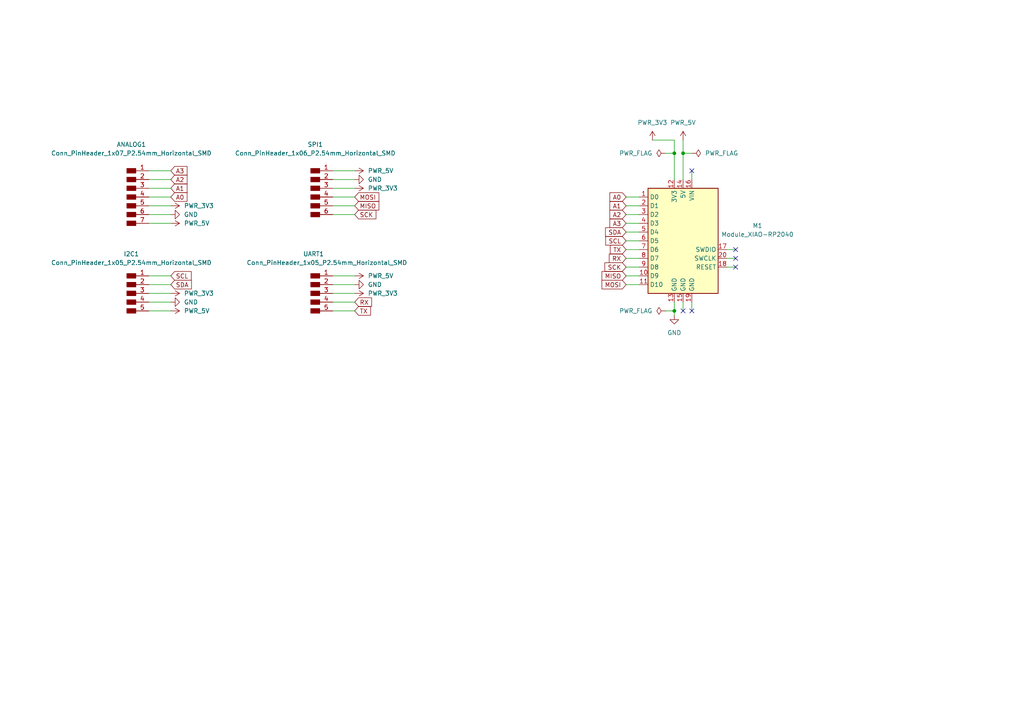
<source format=kicad_sch>
(kicad_sch (version 20230121) (generator eeschema)
  (paper "A4")
  (lib_symbols
    (symbol "fab:Conn_PinHeader_1x05_P2.54mm_Horizontal_SMD" (pin_names hide)
      (property "Reference" "J" (at 0 7.62 0))
      (property "Value" "Conn_PinHeader_1x05_P2.54mm_Horizontal_SMD" (at 0 -7.62 0))
      (symbol "Conn_PinHeader_1x05_P2.54mm_Horizontal_SMD_1_1"
        (rectangle (start -1.27 -4.445) (end 1.27 -5.715) (stroke (width 0.254)) (fill (type outline)))
        (rectangle (start -1.27 -1.905) (end 1.27 -3.175) (stroke (width 0.254)) (fill (type outline)))
        (rectangle (start -1.27 0.635) (end 1.27 -0.635) (stroke (width 0.254)) (fill (type outline)))
        (rectangle (start -1.27 3.175) (end 1.27 1.905) (stroke (width 0.254)) (fill (type outline)))
        (rectangle (start -1.27 5.715) (end 1.27 4.445) (stroke (width 0.254)) (fill (type outline)))
        (pin passive line (at 5.08 5.08 180) (length 3.81) (name "Pin_1") (number "1"))
        (pin passive line (at 5.08 2.54 180) (length 3.81) (name "Pin_2") (number "2"))
        (pin passive line (at 5.08 0 180) (length 3.81) (name "Pin_3") (number "3"))
        (pin passive line (at 5.08 -2.54 180) (length 3.81) (name "Pin_4") (number "4"))
        (pin passive line (at 5.08 -5.08 180) (length 3.81) (name "Pin_5") (number "5"))
      )
    )
    (symbol "fab:Conn_PinHeader_1x06_P2.54mm_Horizontal_SMD" (pin_names hide)
      (property "Reference" "J" (at 0 7.62 0))
      (property "Value" "Conn_PinHeader_1x06_P2.54mm_Horizontal_SMD" (at 0 -10.16 0))
      (symbol "Conn_PinHeader_1x06_P2.54mm_Horizontal_SMD_1_1"
        (rectangle (start -1.27 -6.985) (end 1.27 -8.255) (stroke (width 0.254)) (fill (type outline)))
        (rectangle (start -1.27 -4.445) (end 1.27 -5.715) (stroke (width 0.254)) (fill (type outline)))
        (rectangle (start -1.27 -1.905) (end 1.27 -3.175) (stroke (width 0.254)) (fill (type outline)))
        (rectangle (start -1.27 0.635) (end 1.27 -0.635) (stroke (width 0.254)) (fill (type outline)))
        (rectangle (start -1.27 3.175) (end 1.27 1.905) (stroke (width 0.254)) (fill (type outline)))
        (rectangle (start -1.27 5.715) (end 1.27 4.445) (stroke (width 0.254)) (fill (type outline)))
        (pin passive line (at 5.08 5.08 180) (length 3.81) (name "Pin_1") (number "1"))
        (pin passive line (at 5.08 2.54 180) (length 3.81) (name "Pin_2") (number "2"))
        (pin passive line (at 5.08 0 180) (length 3.81) (name "Pin_3") (number "3"))
        (pin passive line (at 5.08 -2.54 180) (length 3.81) (name "Pin_4") (number "4"))
        (pin passive line (at 5.08 -5.08 180) (length 3.81) (name "Pin_5") (number "5"))
        (pin passive line (at 5.08 -7.62 180) (length 3.81) (name "Pin_6") (number "6"))
      )
    )
    (symbol "fab:Conn_PinHeader_1x07_P2.54mm_Horizontal_SMD" (pin_names hide)
      (property "Reference" "J" (at 0 10.16 0))
      (property "Value" "Conn_PinHeader_1x07_P2.54mm_Horizontal_SMD" (at 0 -10.16 0))
      (symbol "Conn_PinHeader_1x07_P2.54mm_Horizontal_SMD_1_1"
        (rectangle (start -1.27 -6.985) (end 1.27 -8.255) (stroke (width 0.254)) (fill (type outline)))
        (rectangle (start -1.27 -4.445) (end 1.27 -5.715) (stroke (width 0.254)) (fill (type outline)))
        (rectangle (start -1.27 -1.905) (end 1.27 -3.175) (stroke (width 0.254)) (fill (type outline)))
        (rectangle (start -1.27 0.635) (end 1.27 -0.635) (stroke (width 0.254)) (fill (type outline)))
        (rectangle (start -1.27 3.175) (end 1.27 1.905) (stroke (width 0.254)) (fill (type outline)))
        (rectangle (start -1.27 5.715) (end 1.27 4.445) (stroke (width 0.254)) (fill (type outline)))
        (rectangle (start -1.27 8.255) (end 1.27 6.985) (stroke (width 0.254)) (fill (type outline)))
        (pin passive line (at 5.08 7.62 180) (length 3.81) (name "Pin_1") (number "1"))
        (pin passive line (at 5.08 5.08 180) (length 3.81) (name "Pin_2") (number "2"))
        (pin passive line (at 5.08 2.54 180) (length 3.81) (name "Pin_3") (number "3"))
        (pin passive line (at 5.08 0 180) (length 3.81) (name "Pin_4") (number "4"))
        (pin passive line (at 5.08 -2.54 180) (length 3.81) (name "Pin_5") (number "5"))
        (pin passive line (at 5.08 -5.08 180) (length 3.81) (name "Pin_6") (number "6"))
        (pin passive line (at 5.08 -7.62 180) (length 3.81) (name "Pin_7") (number "7"))
      )
    )
    (symbol "fab:Module_XIAO-RP2040"
      (property "Reference" "M" (at -10.16 16.51 0))
      (property "Value" "Module_XIAO-RP2040" (at 3.81 16.51 0))
      (symbol "Module_XIAO-RP2040_1_1"
        (rectangle (start -10.16 15.24) (end 10.16 -15.24) (stroke (width 0.254)) (fill (type background)))
        (pin bidirectional line (at -12.7 12.7 0) (length 2.54) (name "D0") (number "1"))
        (pin bidirectional line (at -12.7 -10.16 0) (length 2.54) (name "D9") (number "10"))
        (pin bidirectional line (at -12.7 -12.7 0) (length 2.54) (name "D10") (number "11"))
        (pin power_in line (at -2.54 17.78 270) (length 2.54) (name "3V3") (number "12"))
        (pin power_in line (at -2.54 -17.78 90) (length 2.54) (name "GND") (number "13"))
        (pin power_in line (at 0 17.78 270) (length 2.54) (name "5V") (number "14"))
        (pin power_in line (at 0 -17.78 90) (length 2.54) (name "GND") (number "15"))
        (pin power_in line (at 2.54 17.78 270) (length 2.54) (name "VIN") (number "16"))
        (pin bidirectional line (at 12.7 -2.54 180) (length 2.54) (name "SWDIO") (number "17"))
        (pin input line (at 12.7 -7.62 180) (length 2.54) (name "RESET") (number "18"))
        (pin power_in line (at 2.54 -17.78 90) (length 2.54) (name "GND") (number "19"))
        (pin bidirectional line (at -12.7 10.16 0) (length 2.54) (name "D1") (number "2"))
        (pin input line (at 12.7 -5.08 180) (length 2.54) (name "SWCLK") (number "20"))
        (pin bidirectional line (at -12.7 7.62 0) (length 2.54) (name "D2") (number "3"))
        (pin bidirectional line (at -12.7 5.08 0) (length 2.54) (name "D3") (number "4"))
        (pin bidirectional line (at -12.7 2.54 0) (length 2.54) (name "D4") (number "5"))
        (pin bidirectional line (at -12.7 0 0) (length 2.54) (name "D5") (number "6"))
        (pin bidirectional line (at -12.7 -2.54 0) (length 2.54) (name "D6") (number "7"))
        (pin bidirectional line (at -12.7 -5.08 0) (length 2.54) (name "D7") (number "8"))
        (pin bidirectional line (at -12.7 -7.62 0) (length 2.54) (name "D8") (number "9"))
      )
    )
    (symbol "fab:PWR_3V3" (power) (pin_names (offset 0))
      (property "Value" "PWR_3V3" (at 0 3.556 0))
      (symbol "PWR_3V3_0_1"
        (polyline (pts (xy -0.762 1.27) (xy 0 2.54)))
        (polyline (pts (xy 0 0) (xy 0 2.54)))
        (polyline (pts (xy 0 2.54) (xy 0.762 1.27)))
      )
      (symbol "PWR_3V3_1_1"
        (pin power_in line (at 0 0 90) (length 0) hide (name "PWR_3V3") (number "1"))
      )
    )
    (symbol "fab:PWR_5V" (power) (pin_names (offset 0))
      (property "Value" "PWR_5V" (at 0 3.556 0))
      (symbol "PWR_5V_0_1"
        (polyline (pts (xy -0.762 1.27) (xy 0 2.54)))
        (polyline (pts (xy 0 0) (xy 0 2.54)))
        (polyline (pts (xy 0 2.54) (xy 0.762 1.27)))
      )
      (symbol "PWR_5V_1_1"
        (pin power_in line (at 0 0 90) (length 0) hide (name "PWR_5V") (number "1"))
      )
    )
    (symbol "power:GND" (power) (pin_names (offset 0))
      (property "Value" "GND" (at 0 -3.81 0))
      (symbol "GND_0_1"
        (polyline (pts (xy 0 0) (xy 0 -1.27) (xy 1.27 -1.27) (xy 0 -2.54) (xy -1.27 -1.27) (xy 0 -1.27)))
      )
      (symbol "GND_1_1"
        (pin power_in line (at 0 0 270) (length 0) hide (name "GND") (number "1"))
      )
    )
    (symbol "power:PWR_FLAG" (power) (pin_numbers hide) (pin_names (offset 0) hide)
      (property "Value" "PWR_FLAG" (at 0 3.81 0))
      (symbol "PWR_FLAG_0_0"
        (pin power_out line (at 0 0 90) (length 0) (name "pwr") (number "1"))
      )
      (symbol "PWR_FLAG_0_1"
        (polyline (pts (xy 0 0) (xy 0 1.27) (xy -1.016 1.905) (xy 0 2.54) (xy 1.016 1.905) (xy 0 1.27)))
      )
    )
  )
  (junction (at 195.58 44.45))
  (junction (at 198.12 44.45))
  (junction (at 195.58 90.17))
  (no_connect (at 213.36 77.47))
  (no_connect (at 200.66 49.53))
  (no_connect (at 213.36 74.93))
  (no_connect (at 200.66 90.17))
  (no_connect (at 213.36 72.39))
  (no_connect (at 198.12 90.17))
  (wire (pts (xy 210.82 74.93) (xy 213.36 74.93)))
  (wire (pts (xy 96.52 59.69) (xy 102.87 59.69)))
  (wire (pts (xy 195.58 87.63) (xy 195.58 90.17)))
  (wire (pts (xy 43.18 54.61) (xy 49.53 54.61)))
  (wire (pts (xy 181.61 82.55) (xy 185.42 82.55)))
  (wire (pts (xy 181.61 67.31) (xy 185.42 67.31)))
  (wire (pts (xy 195.58 40.64) (xy 195.58 44.45)))
  (wire (pts (xy 96.52 85.09) (xy 102.87 85.09)))
  (wire (pts (xy 43.18 80.01) (xy 49.53 80.01)))
  (wire (pts (xy 43.18 49.53) (xy 49.53 49.53)))
  (wire (pts (xy 193.04 90.17) (xy 195.58 90.17)))
  (wire (pts (xy 198.12 40.64) (xy 198.12 44.45)))
  (wire (pts (xy 181.61 62.23) (xy 185.42 62.23)))
  (wire (pts (xy 96.52 57.15) (xy 102.87 57.15)))
  (wire (pts (xy 96.52 54.61) (xy 102.87 54.61)))
  (wire (pts (xy 43.18 82.55) (xy 49.53 82.55)))
  (wire (pts (xy 195.58 44.45) (xy 195.58 52.07)))
  (wire (pts (xy 43.18 87.63) (xy 49.53 87.63)))
  (wire (pts (xy 198.12 44.45) (xy 198.12 52.07)))
  (wire (pts (xy 96.52 90.17) (xy 102.87 90.17)))
  (wire (pts (xy 198.12 87.63) (xy 198.12 90.17)))
  (wire (pts (xy 43.18 90.17) (xy 49.53 90.17)))
  (wire (pts (xy 96.52 52.07) (xy 102.87 52.07)))
  (wire (pts (xy 181.61 69.85) (xy 185.42 69.85)))
  (wire (pts (xy 96.52 62.23) (xy 102.87 62.23)))
  (wire (pts (xy 189.23 40.64) (xy 195.58 40.64)))
  (wire (pts (xy 96.52 49.53) (xy 102.87 49.53)))
  (wire (pts (xy 210.82 77.47) (xy 213.36 77.47)))
  (wire (pts (xy 96.52 87.63) (xy 102.87 87.63)))
  (wire (pts (xy 43.18 59.69) (xy 49.53 59.69)))
  (wire (pts (xy 181.61 74.93) (xy 185.42 74.93)))
  (wire (pts (xy 96.52 80.01) (xy 102.87 80.01)))
  (wire (pts (xy 198.12 44.45) (xy 200.66 44.45)))
  (wire (pts (xy 181.61 72.39) (xy 185.42 72.39)))
  (wire (pts (xy 181.61 80.01) (xy 185.42 80.01)))
  (wire (pts (xy 210.82 72.39) (xy 213.36 72.39)))
  (wire (pts (xy 43.18 85.09) (xy 49.53 85.09)))
  (wire (pts (xy 193.04 44.45) (xy 195.58 44.45)))
  (wire (pts (xy 43.18 62.23) (xy 49.53 62.23)))
  (wire (pts (xy 181.61 59.69) (xy 185.42 59.69)))
  (wire (pts (xy 195.58 90.17) (xy 195.58 91.44)))
  (wire (pts (xy 200.66 49.53) (xy 200.66 52.07)))
  (wire (pts (xy 181.61 57.15) (xy 185.42 57.15)))
  (wire (pts (xy 181.61 77.47) (xy 185.42 77.47)))
  (wire (pts (xy 43.18 52.07) (xy 49.53 52.07)))
  (wire (pts (xy 96.52 82.55) (xy 102.87 82.55)))
  (wire (pts (xy 43.18 64.77) (xy 49.53 64.77)))
  (wire (pts (xy 181.61 64.77) (xy 185.42 64.77)))
  (wire (pts (xy 200.66 87.63) (xy 200.66 90.17)))
  (wire (pts (xy 43.18 57.15) (xy 49.53 57.15)))
  (global_label "MISO" (shape input) (at 102.87 59.69 0) (property "Intersheetrefs" "${INTERSHEET_REFS}" (effects hide)))
  (global_label "A0" (shape input) (at 181.61 57.15 180) (property "Intersheetrefs" "${INTERSHEET_REFS}" (effects hide)))
  (global_label "SCK" (shape input) (at 181.61 77.47 180) (property "Intersheetrefs" "${INTERSHEET_REFS}" (effects hide)))
  (global_label "A1" (shape input) (at 181.61 59.69 180) (property "Intersheetrefs" "${INTERSHEET_REFS}" (effects hide)))
  (global_label "MOSI" (shape input) (at 102.87 57.15 0) (property "Intersheetrefs" "${INTERSHEET_REFS}" (effects hide)))
  (global_label "TX" (shape input) (at 102.87 90.17 0) (property "Intersheetrefs" "${INTERSHEET_REFS}" (effects hide)))
  (global_label "A1" (shape input) (at 49.53 54.61 0) (property "Intersheetrefs" "${INTERSHEET_REFS}" (effects hide)))
  (global_label "A0" (shape input) (at 49.53 57.15 0) (property "Intersheetrefs" "${INTERSHEET_REFS}" (effects hide)))
  (global_label "SCL" (shape input) (at 181.61 69.85 180) (property "Intersheetrefs" "${INTERSHEET_REFS}" (effects hide)))
  (global_label "A2" (shape input) (at 181.61 62.23 180) (property "Intersheetrefs" "${INTERSHEET_REFS}" (effects hide)))
  (global_label "SCK" (shape input) (at 102.87 62.23 0) (property "Intersheetrefs" "${INTERSHEET_REFS}" (effects hide)))
  (global_label "RX" (shape input) (at 181.61 74.93 180) (property "Intersheetrefs" "${INTERSHEET_REFS}" (effects hide)))
  (global_label "RX" (shape input) (at 102.87 87.63 0) (property "Intersheetrefs" "${INTERSHEET_REFS}" (effects hide)))
  (global_label "SCL" (shape input) (at 49.53 80.01 0) (property "Intersheetrefs" "${INTERSHEET_REFS}" (effects hide)))
  (global_label "MISO" (shape input) (at 181.61 80.01 180) (property "Intersheetrefs" "${INTERSHEET_REFS}" (effects hide)))
  (global_label "SDA" (shape input) (at 49.53 82.55 0) (property "Intersheetrefs" "${INTERSHEET_REFS}" (effects hide)))
  (global_label "TX" (shape input) (at 181.61 72.39 180) (property "Intersheetrefs" "${INTERSHEET_REFS}" (effects hide)))
  (global_label "A3" (shape input) (at 49.53 49.53 0) (property "Intersheetrefs" "${INTERSHEET_REFS}" (effects hide)))
  (global_label "A3" (shape input) (at 181.61 64.77 180) (property "Intersheetrefs" "${INTERSHEET_REFS}" (effects hide)))
  (global_label "A2" (shape input) (at 49.53 52.07 0) (property "Intersheetrefs" "${INTERSHEET_REFS}" (effects hide)))
  (global_label "MOSI" (shape input) (at 181.61 82.55 180) (property "Intersheetrefs" "${INTERSHEET_REFS}" (effects hide)))
  (global_label "SDA" (shape input) (at 181.61 67.31 180) (property "Intersheetrefs" "${INTERSHEET_REFS}" (effects hide)))
  (symbol (lib_id "fab:Conn_PinHeader_1x07_P2.54mm_Horizontal_SMD") (at 38.1 57.15 0) (unit 1)
    (property "Reference" "ANALOG1" (at 38.1 41.91 0))
    (property "Value" "Conn_PinHeader_1x07_P2.54mm_Horizontal_SMD" (at 38.1 44.45 0))
    (property "Footprint" "fab:PinHeader_1x07_P2.54mm_Horizontal_SMD" (effects hide))
  )
  (symbol (lib_id "fab:PWR_5V") (at 102.87 80.01 270) (unit 1)
    (property "Reference" "#PWR013" (effects hide))
    (property "Value" "PWR_5V" (at 106.68 80.01 90) (effects (justify left)))
  )
  (symbol (lib_id "power:GND") (at 49.53 62.23 90) (unit 1)
    (property "Reference" "#PWR05" (effects hide))
    (property "Value" "GND" (at 53.34 62.23 90) (effects (justify right)))
  )
  (symbol (lib_id "fab:PWR_3V3") (at 49.53 85.09 270) (unit 1)
    (property "Reference" "#PWR07" (effects hide))
    (property "Value" "PWR_3V3" (at 53.34 85.09 90) (effects (justify left)))
  )
  (symbol (lib_id "power:GND") (at 195.58 91.44 0) (unit 1)
    (property "Reference" "#PWR03" (effects hide))
    (property "Value" "GND" (at 195.58 96.52 0))
  )
  (symbol (lib_id "power:GND") (at 102.87 52.07 90) (unit 1)
    (property "Reference" "#PWR011" (effects hide))
    (property "Value" "GND" (at 106.68 52.07 90) (effects (justify right)))
  )
  (symbol (lib_id "power:PWR_FLAG") (at 193.04 90.17 90) (unit 1)
    (property "Reference" "#FLG03" (effects hide))
    (property "Value" "PWR_FLAG" (at 189.23 90.17 90) (effects (justify left)))
  )
  (symbol (lib_id "fab:Conn_PinHeader_1x06_P2.54mm_Horizontal_SMD") (at 91.44 54.61 0) (unit 1)
    (property "Reference" "SPI1" (at 91.44 41.91 0))
    (property "Value" "Conn_PinHeader_1x06_P2.54mm_Horizontal_SMD" (at 91.44 44.45 0))
    (property "Footprint" "fab:PinHeader_1x06_P2.54mm_Horizontal_SMD" (effects hide))
    (property "Datasheet" "https://gct.co/files/specs/2.54mm-socket-spec.pdf" (effects hide))
  )
  (symbol (lib_id "power:GND") (at 102.87 82.55 90) (unit 1)
    (property "Reference" "#PWR014" (effects hide))
    (property "Value" "GND" (at 106.68 82.55 90) (effects (justify right)))
  )
  (symbol (lib_id "power:PWR_FLAG") (at 200.66 44.45 270) (unit 1)
    (property "Reference" "#FLG01" (effects hide))
    (property "Value" "PWR_FLAG" (at 204.47 44.45 90) (effects (justify left)))
  )
  (symbol (lib_id "fab:PWR_5V") (at 102.87 49.53 270) (unit 1)
    (property "Reference" "#PWR012" (effects hide))
    (property "Value" "PWR_5V" (at 106.68 49.53 90) (effects (justify left)))
  )
  (symbol (lib_id "fab:Conn_PinHeader_1x05_P2.54mm_Horizontal_SMD") (at 91.44 85.09 0) (unit 1)
    (property "Reference" "UART1" (at 93.98 73.66 0) (effects (justify right)))
    (property "Value" "Conn_PinHeader_1x05_P2.54mm_Horizontal_SMD" (at 118.11 76.2 0) (effects (justify right)))
    (property "Footprint" "fab:PinHeader_1x05_P2.54mm_Horizontal_SMD" (effects hide))
  )
  (symbol (lib_id "fab:PWR_3V3") (at 49.53 59.69 270) (unit 1)
    (property "Reference" "#PWR06" (effects hide))
    (property "Value" "PWR_3V3" (at 53.34 59.69 90) (effects (justify left)))
  )
  (symbol (lib_id "fab:Module_XIAO-RP2040") (at 198.12 69.85 0) (unit 1)
    (property "Reference" "M1" (at 219.71 65.4619 0))
    (property "Value" "Module_XIAO-RP2040" (at 219.71 68.0019 0))
    (property "Footprint" "fab:SeeedStudio_XIAO_RP2040" (effects hide))
    (property "Datasheet" "https://wiki.seeedstudio.com/XIAO-RP2040/" (effects hide))
  )
  (symbol (lib_id "fab:PWR_5V") (at 198.12 40.64 0) (unit 1)
    (property "Reference" "#PWR01" (effects hide))
    (property "Value" "PWR_5V" (at 198.12 35.56 0))
  )
  (symbol (lib_id "fab:PWR_5V") (at 49.53 90.17 270) (unit 1)
    (property "Reference" "#PWR09" (effects hide))
    (property "Value" "PWR_5V" (at 53.34 90.17 90) (effects (justify left)))
  )
  (symbol (lib_id "fab:PWR_5V") (at 49.53 64.77 270) (unit 1)
    (property "Reference" "#PWR04" (effects hide))
    (property "Value" "PWR_5V" (at 53.34 64.77 90) (effects (justify left)))
  )
  (symbol (lib_id "power:GND") (at 49.53 87.63 90) (unit 1)
    (property "Reference" "#PWR08" (effects hide))
    (property "Value" "GND" (at 53.34 87.63 90) (effects (justify right)))
  )
  (symbol (lib_id "fab:Conn_PinHeader_1x05_P2.54mm_Horizontal_SMD") (at 38.1 85.09 0) (unit 1)
    (property "Reference" "I2C1" (at 38.1 73.66 0))
    (property "Value" "Conn_PinHeader_1x05_P2.54mm_Horizontal_SMD" (at 38.1 76.2 0))
    (property "Footprint" "fab:PinHeader_1x05_P2.54mm_Horizontal_SMD" (effects hide))
  )
  (symbol (lib_id "fab:PWR_3V3") (at 102.87 85.09 270) (unit 1)
    (property "Reference" "#PWR015" (effects hide))
    (property "Value" "PWR_3V3" (at 106.68 85.09 90) (effects (justify left)))
  )
  (symbol (lib_id "fab:PWR_3V3") (at 102.87 54.61 270) (unit 1)
    (property "Reference" "#PWR010" (effects hide))
    (property "Value" "PWR_3V3" (at 106.68 54.61 90) (effects (justify left)))
  )
  (symbol (lib_id "power:PWR_FLAG") (at 193.04 44.45 90) (unit 1)
    (property "Reference" "#FLG02" (effects hide))
    (property "Value" "PWR_FLAG" (at 189.23 44.45 90) (effects (justify left)))
  )
  (symbol (lib_id "fab:PWR_3V3") (at 189.23 40.64 0) (unit 1)
    (property "Reference" "#PWR02" (effects hide))
    (property "Value" "PWR_3V3" (at 189.23 35.56 0))
  )
)
</source>
